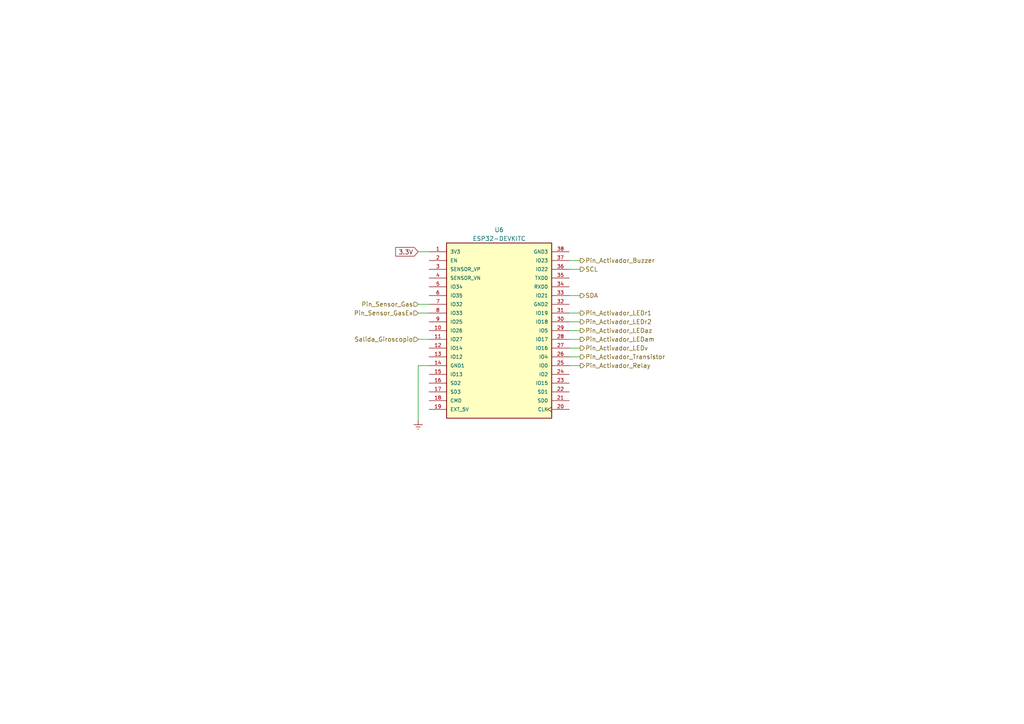
<source format=kicad_sch>
(kicad_sch (version 20230121) (generator eeschema)
  (paper "A4")
  (lib_symbols
    (symbol "ESP32-DEVKITC:ESP32-DEVKITC" (pin_names (offset 1.016))
      (property "Reference" "U" (at -15.2572 26.0643 0))
      (property "Value" "ESP32-DEVKITC" (at -15.2563 -27.9698 0))
      (symbol "ESP32-DEVKITC_0_0"
        (rectangle (start -15.24 -25.4) (end 15.24 25.4) (stroke (width 0.254)) (fill (type background)))
        (pin power_in line (at -20.32 22.86 0) (length 5.08) (name "3V3") (number "1"))
        (pin bidirectional line (at -20.32 0 0) (length 5.08) (name "IO26") (number "10"))
        (pin bidirectional line (at -20.32 -2.54 0) (length 5.08) (name "IO27") (number "11"))
        (pin bidirectional line (at -20.32 -5.08 0) (length 5.08) (name "IO14") (number "12"))
        (pin bidirectional line (at -20.32 -7.62 0) (length 5.08) (name "IO12") (number "13"))
        (pin power_in line (at -20.32 -10.16 0) (length 5.08) (name "GND1") (number "14"))
        (pin bidirectional line (at -20.32 -12.7 0) (length 5.08) (name "IO13") (number "15"))
        (pin bidirectional line (at -20.32 -15.24 0) (length 5.08) (name "SD2") (number "16"))
        (pin bidirectional line (at -20.32 -17.78 0) (length 5.08) (name "SD3") (number "17"))
        (pin bidirectional line (at -20.32 -20.32 0) (length 5.08) (name "CMD") (number "18"))
        (pin power_in line (at -20.32 -22.86 0) (length 5.08) (name "EXT_5V") (number "19"))
        (pin input line (at -20.32 20.32 0) (length 5.08) (name "EN") (number "2"))
        (pin input clock (at 20.32 -22.86 180) (length 5.08) (name "CLK") (number "20"))
        (pin bidirectional line (at 20.32 -20.32 180) (length 5.08) (name "SD0") (number "21"))
        (pin bidirectional line (at 20.32 -17.78 180) (length 5.08) (name "SD1") (number "22"))
        (pin bidirectional line (at 20.32 -15.24 180) (length 5.08) (name "IO15") (number "23"))
        (pin bidirectional line (at 20.32 -12.7 180) (length 5.08) (name "IO2") (number "24"))
        (pin bidirectional line (at 20.32 -10.16 180) (length 5.08) (name "IO0") (number "25"))
        (pin bidirectional line (at 20.32 -7.62 180) (length 5.08) (name "IO4") (number "26"))
        (pin bidirectional line (at 20.32 -5.08 180) (length 5.08) (name "IO16") (number "27"))
        (pin bidirectional line (at 20.32 -2.54 180) (length 5.08) (name "IO17") (number "28"))
        (pin bidirectional line (at 20.32 0 180) (length 5.08) (name "IO5") (number "29"))
        (pin input line (at -20.32 17.78 0) (length 5.08) (name "SENSOR_VP") (number "3"))
        (pin bidirectional line (at 20.32 2.54 180) (length 5.08) (name "IO18") (number "30"))
        (pin bidirectional line (at 20.32 5.08 180) (length 5.08) (name "IO19") (number "31"))
        (pin power_in line (at 20.32 7.62 180) (length 5.08) (name "GND2") (number "32"))
        (pin bidirectional line (at 20.32 10.16 180) (length 5.08) (name "IO21") (number "33"))
        (pin input line (at 20.32 12.7 180) (length 5.08) (name "RXD0") (number "34"))
        (pin output line (at 20.32 15.24 180) (length 5.08) (name "TXD0") (number "35"))
        (pin bidirectional line (at 20.32 17.78 180) (length 5.08) (name "IO22") (number "36"))
        (pin bidirectional line (at 20.32 20.32 180) (length 5.08) (name "IO23") (number "37"))
        (pin power_in line (at 20.32 22.86 180) (length 5.08) (name "GND3") (number "38"))
        (pin input line (at -20.32 15.24 0) (length 5.08) (name "SENSOR_VN") (number "4"))
        (pin bidirectional line (at -20.32 12.7 0) (length 5.08) (name "IO34") (number "5"))
        (pin bidirectional line (at -20.32 10.16 0) (length 5.08) (name "IO35") (number "6"))
        (pin bidirectional line (at -20.32 7.62 0) (length 5.08) (name "IO32") (number "7"))
        (pin bidirectional line (at -20.32 5.08 0) (length 5.08) (name "IO33") (number "8"))
        (pin bidirectional line (at -20.32 2.54 0) (length 5.08) (name "IO25") (number "9"))
      )
    )
    (symbol "power:Earth" (power) (pin_names (offset 0))
      (symbol "Earth_0_1"
        (polyline (pts (xy -0.635 -1.905) (xy 0.635 -1.905)))
        (polyline (pts (xy -0.127 -2.54) (xy 0.127 -2.54)))
        (polyline (pts (xy 0 -1.27) (xy 0 0)))
        (polyline (pts (xy 1.27 -1.27) (xy -1.27 -1.27)))
      )
      (symbol "Earth_1_1"
        (pin power_in line (at 0 0 270) (length 0) hide (name "Earth") (number "1"))
      )
    )
  )
  (wire (pts (xy 124.46 106.045) (xy 121.285 106.045)))
  (wire (pts (xy 165.1 95.885) (xy 168.275 95.885)))
  (wire (pts (xy 121.285 106.045) (xy 121.285 121.92)))
  (wire (pts (xy 121.285 90.805) (xy 124.46 90.805)))
  (wire (pts (xy 165.1 106.045) (xy 168.275 106.045)))
  (wire (pts (xy 165.1 100.965) (xy 168.275 100.965)))
  (wire (pts (xy 165.1 93.345) (xy 168.275 93.345)))
  (wire (pts (xy 165.1 98.425) (xy 168.275 98.425)))
  (wire (pts (xy 165.1 75.565) (xy 168.275 75.565)))
  (wire (pts (xy 121.285 98.425) (xy 124.46 98.425)))
  (wire (pts (xy 165.1 78.105) (xy 168.275 78.105)))
  (wire (pts (xy 165.1 103.505) (xy 168.275 103.505)))
  (wire (pts (xy 165.1 85.725) (xy 168.275 85.725)))
  (wire (pts (xy 165.1 90.805) (xy 168.275 90.805)))
  (wire (pts (xy 121.285 73.025) (xy 124.46 73.025)))
  (wire (pts (xy 121.285 88.265) (xy 124.46 88.265)))
  (global_label "3.3V" (shape input) (at 121.285 73.025 180) (property "Intersheetrefs" "${INTERSHEET_REFS}" (effects hide)))
  (hierarchical_label "Pin_Activador_LEDr1" (shape output) (at 168.275 90.805 0))
  (hierarchical_label "Pin_Activador_Buzzer" (shape output) (at 168.275 75.565 0))
  (hierarchical_label "Pin_Activador_LEDaz" (shape output) (at 168.275 95.885 0))
  (hierarchical_label "SDA" (shape output) (at 168.275 85.725 0))
  (hierarchical_label "Salida_Giroscopio" (shape input) (at 121.285 98.425 180))
  (hierarchical_label "Pin_Activador_LEDam" (shape output) (at 168.275 98.425 0))
  (hierarchical_label "Pin_Activador_LEDv" (shape output) (at 168.275 100.965 0))
  (hierarchical_label "Pin_Activador_LEDr2" (shape output) (at 168.275 93.345 0))
  (hierarchical_label "Pin_Activador_Relay" (shape output) (at 168.275 106.045 0))
  (hierarchical_label "Pin_Sensor_Gas" (shape input) (at 121.285 88.265 180))
  (hierarchical_label "Pin_Sensor_GasEx" (shape input) (at 121.285 90.805 180))
  (hierarchical_label "SCL" (shape output) (at 168.275 78.105 0))
  (hierarchical_label "Pin_Activador_Transistor" (shape output) (at 168.275 103.505 0))
  (symbol (lib_id "power:Earth") (at 121.285 121.92 0) (unit 1)
    (property "Reference" "#PWR03" (effects hide))
    (property "Value" "Earth" (effects hide))
    (instances (project "KISS_V2" (path "" (reference "#PWR03") (unit 1)) (path "" (reference "#PWR011") (unit 1))))
  )
  (symbol (lib_id "ESP32-DEVKITC:ESP32-DEVKITC") (at 144.78 95.885 0) (unit 1)
    (property "Reference" "U6" (at 144.78 66.675 0))
    (property "Value" "ESP32-DEVKITC" (at 144.78 69.215 0))
    (property "Footprint" "ESP32-DEVKITC:MODULE_ESP32-DEVKITC" (effects hide))
    (property "PARTREV" "N/A" (effects hide))
    (property "STANDARD" "Manufacturer Recommendations" (effects hide))
    (property "MANUFACTURER" "ESPRESSIF" (effects hide))
  )
)
</source>
